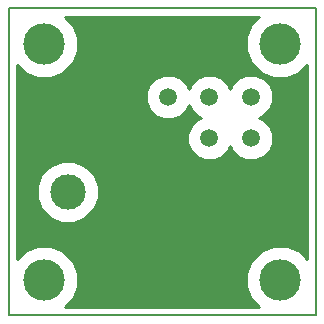
<source format=gbl>
G04 (created by PCBNEW (2013-mar-13)-testing) date Wed 05 Jun 2013 12:42:06 PM WEST*
%MOIN*%
G04 Gerber Fmt 3.4, Leading zero omitted, Abs format*
%FSLAX34Y34*%
G01*
G70*
G90*
G04 APERTURE LIST*
%ADD10C,0.005906*%
%ADD11C,0.137800*%
%ADD12R,0.118100X0.118100*%
%ADD13C,0.118100*%
%ADD14C,0.059055*%
%ADD15C,0.118110*%
%ADD16C,0.010000*%
G04 APERTURE END LIST*
G54D10*
X56692Y-29133D02*
X66929Y-29133D01*
X56692Y-39370D02*
X56692Y-29133D01*
X66929Y-39370D02*
X56692Y-39370D01*
X66929Y-39370D02*
X66929Y-29133D01*
G54D11*
X57874Y-38188D03*
X65748Y-38188D03*
X57874Y-30314D03*
X65748Y-30314D03*
G54D12*
X58661Y-33251D03*
G54D13*
X58661Y-35251D03*
G54D14*
X66141Y-36417D03*
X64763Y-36614D03*
X63385Y-36614D03*
X64763Y-35039D03*
X63385Y-35039D03*
X62007Y-36614D03*
X64763Y-32086D03*
X63385Y-32086D03*
X62007Y-32086D03*
X63385Y-33464D03*
X64763Y-33464D03*
G54D15*
X58661Y-33251D02*
X60023Y-33251D01*
X60023Y-33251D02*
X63385Y-36614D01*
G54D10*
G36*
X66649Y-37488D02*
X66390Y-37229D01*
X65974Y-37056D01*
X65523Y-37056D01*
X65502Y-37064D01*
X65502Y-33318D01*
X65390Y-33046D01*
X65182Y-32838D01*
X65031Y-32775D01*
X65181Y-32713D01*
X65389Y-32505D01*
X65502Y-32234D01*
X65502Y-31940D01*
X65390Y-31668D01*
X65182Y-31460D01*
X64911Y-31347D01*
X64617Y-31347D01*
X64345Y-31459D01*
X64137Y-31667D01*
X64074Y-31818D01*
X64012Y-31668D01*
X63804Y-31460D01*
X63533Y-31347D01*
X63239Y-31347D01*
X62967Y-31459D01*
X62759Y-31667D01*
X62696Y-31818D01*
X62634Y-31668D01*
X62427Y-31460D01*
X62155Y-31347D01*
X61861Y-31347D01*
X61589Y-31459D01*
X61381Y-31667D01*
X61269Y-31938D01*
X61268Y-32232D01*
X61381Y-32504D01*
X61588Y-32712D01*
X61860Y-32825D01*
X62154Y-32825D01*
X62425Y-32713D01*
X62633Y-32505D01*
X62696Y-32354D01*
X62758Y-32504D01*
X62966Y-32712D01*
X63118Y-32775D01*
X62967Y-32837D01*
X62759Y-33045D01*
X62646Y-33316D01*
X62646Y-33610D01*
X62758Y-33882D01*
X62966Y-34090D01*
X63238Y-34203D01*
X63532Y-34203D01*
X63803Y-34091D01*
X64011Y-33883D01*
X64074Y-33732D01*
X64136Y-33882D01*
X64344Y-34090D01*
X64616Y-34203D01*
X64910Y-34203D01*
X65181Y-34091D01*
X65389Y-33883D01*
X65502Y-33612D01*
X65502Y-33318D01*
X65502Y-37064D01*
X65107Y-37228D01*
X64788Y-37546D01*
X64615Y-37962D01*
X64615Y-38413D01*
X64787Y-38829D01*
X65047Y-39090D01*
X59695Y-39090D01*
X59695Y-35047D01*
X59538Y-34666D01*
X59248Y-34375D01*
X58868Y-34217D01*
X58456Y-34217D01*
X58076Y-34374D01*
X57785Y-34665D01*
X57627Y-35045D01*
X57627Y-35456D01*
X57784Y-35837D01*
X58074Y-36128D01*
X58454Y-36285D01*
X58866Y-36286D01*
X59246Y-36129D01*
X59537Y-35838D01*
X59695Y-35458D01*
X59695Y-35047D01*
X59695Y-39090D01*
X58574Y-39090D01*
X58833Y-38831D01*
X59006Y-38415D01*
X59006Y-37964D01*
X58834Y-37548D01*
X58516Y-37229D01*
X58100Y-37056D01*
X57649Y-37056D01*
X57233Y-37228D01*
X56972Y-37488D01*
X56972Y-31015D01*
X57231Y-31274D01*
X57647Y-31447D01*
X58098Y-31447D01*
X58514Y-31275D01*
X58833Y-30957D01*
X59006Y-30541D01*
X59006Y-30090D01*
X58834Y-29674D01*
X58574Y-29413D01*
X65047Y-29413D01*
X64788Y-29672D01*
X64615Y-30088D01*
X64615Y-30539D01*
X64787Y-30955D01*
X65105Y-31274D01*
X65521Y-31447D01*
X65972Y-31447D01*
X66388Y-31275D01*
X66649Y-31015D01*
X66649Y-37488D01*
X66649Y-37488D01*
G37*
G54D16*
X66649Y-37488D02*
X66390Y-37229D01*
X65974Y-37056D01*
X65523Y-37056D01*
X65502Y-37064D01*
X65502Y-33318D01*
X65390Y-33046D01*
X65182Y-32838D01*
X65031Y-32775D01*
X65181Y-32713D01*
X65389Y-32505D01*
X65502Y-32234D01*
X65502Y-31940D01*
X65390Y-31668D01*
X65182Y-31460D01*
X64911Y-31347D01*
X64617Y-31347D01*
X64345Y-31459D01*
X64137Y-31667D01*
X64074Y-31818D01*
X64012Y-31668D01*
X63804Y-31460D01*
X63533Y-31347D01*
X63239Y-31347D01*
X62967Y-31459D01*
X62759Y-31667D01*
X62696Y-31818D01*
X62634Y-31668D01*
X62427Y-31460D01*
X62155Y-31347D01*
X61861Y-31347D01*
X61589Y-31459D01*
X61381Y-31667D01*
X61269Y-31938D01*
X61268Y-32232D01*
X61381Y-32504D01*
X61588Y-32712D01*
X61860Y-32825D01*
X62154Y-32825D01*
X62425Y-32713D01*
X62633Y-32505D01*
X62696Y-32354D01*
X62758Y-32504D01*
X62966Y-32712D01*
X63118Y-32775D01*
X62967Y-32837D01*
X62759Y-33045D01*
X62646Y-33316D01*
X62646Y-33610D01*
X62758Y-33882D01*
X62966Y-34090D01*
X63238Y-34203D01*
X63532Y-34203D01*
X63803Y-34091D01*
X64011Y-33883D01*
X64074Y-33732D01*
X64136Y-33882D01*
X64344Y-34090D01*
X64616Y-34203D01*
X64910Y-34203D01*
X65181Y-34091D01*
X65389Y-33883D01*
X65502Y-33612D01*
X65502Y-33318D01*
X65502Y-37064D01*
X65107Y-37228D01*
X64788Y-37546D01*
X64615Y-37962D01*
X64615Y-38413D01*
X64787Y-38829D01*
X65047Y-39090D01*
X59695Y-39090D01*
X59695Y-35047D01*
X59538Y-34666D01*
X59248Y-34375D01*
X58868Y-34217D01*
X58456Y-34217D01*
X58076Y-34374D01*
X57785Y-34665D01*
X57627Y-35045D01*
X57627Y-35456D01*
X57784Y-35837D01*
X58074Y-36128D01*
X58454Y-36285D01*
X58866Y-36286D01*
X59246Y-36129D01*
X59537Y-35838D01*
X59695Y-35458D01*
X59695Y-35047D01*
X59695Y-39090D01*
X58574Y-39090D01*
X58833Y-38831D01*
X59006Y-38415D01*
X59006Y-37964D01*
X58834Y-37548D01*
X58516Y-37229D01*
X58100Y-37056D01*
X57649Y-37056D01*
X57233Y-37228D01*
X56972Y-37488D01*
X56972Y-31015D01*
X57231Y-31274D01*
X57647Y-31447D01*
X58098Y-31447D01*
X58514Y-31275D01*
X58833Y-30957D01*
X59006Y-30541D01*
X59006Y-30090D01*
X58834Y-29674D01*
X58574Y-29413D01*
X65047Y-29413D01*
X64788Y-29672D01*
X64615Y-30088D01*
X64615Y-30539D01*
X64787Y-30955D01*
X65105Y-31274D01*
X65521Y-31447D01*
X65972Y-31447D01*
X66388Y-31275D01*
X66649Y-31015D01*
X66649Y-37488D01*
M02*

</source>
